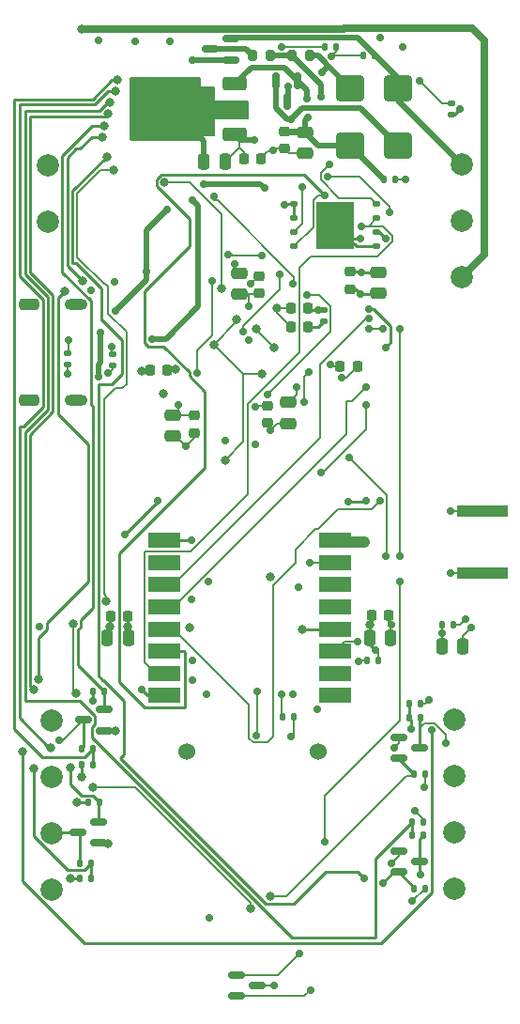
<source format=gbr>
%TF.GenerationSoftware,KiCad,Pcbnew,7.0.1*%
%TF.CreationDate,2024-01-06T20:51:44-05:00*%
%TF.ProjectId,Io-v2-Board,496f2d76-322d-4426-9f61-72642e6b6963,rev?*%
%TF.SameCoordinates,Original*%
%TF.FileFunction,Copper,L4,Bot*%
%TF.FilePolarity,Positive*%
%FSLAX46Y46*%
G04 Gerber Fmt 4.6, Leading zero omitted, Abs format (unit mm)*
G04 Created by KiCad (PCBNEW 7.0.1) date 2024-01-06 20:51:44*
%MOMM*%
%LPD*%
G01*
G04 APERTURE LIST*
G04 Aperture macros list*
%AMRoundRect*
0 Rectangle with rounded corners*
0 $1 Rounding radius*
0 $2 $3 $4 $5 $6 $7 $8 $9 X,Y pos of 4 corners*
0 Add a 4 corners polygon primitive as box body*
4,1,4,$2,$3,$4,$5,$6,$7,$8,$9,$2,$3,0*
0 Add four circle primitives for the rounded corners*
1,1,$1+$1,$2,$3*
1,1,$1+$1,$4,$5*
1,1,$1+$1,$6,$7*
1,1,$1+$1,$8,$9*
0 Add four rect primitives between the rounded corners*
20,1,$1+$1,$2,$3,$4,$5,0*
20,1,$1+$1,$4,$5,$6,$7,0*
20,1,$1+$1,$6,$7,$8,$9,0*
20,1,$1+$1,$8,$9,$2,$3,0*%
G04 Aperture macros list end*
%TA.AperFunction,SMDPad,CuDef*%
%ADD10RoundRect,0.250000X-0.475000X0.250000X-0.475000X-0.250000X0.475000X-0.250000X0.475000X0.250000X0*%
%TD*%
%TA.AperFunction,SMDPad,CuDef*%
%ADD11RoundRect,0.250000X0.850000X0.350000X-0.850000X0.350000X-0.850000X-0.350000X0.850000X-0.350000X0*%
%TD*%
%TA.AperFunction,SMDPad,CuDef*%
%ADD12RoundRect,0.250000X1.275000X1.125000X-1.275000X1.125000X-1.275000X-1.125000X1.275000X-1.125000X0*%
%TD*%
%TA.AperFunction,SMDPad,CuDef*%
%ADD13RoundRect,0.249997X2.950003X2.650003X-2.950003X2.650003X-2.950003X-2.650003X2.950003X-2.650003X0*%
%TD*%
%TA.AperFunction,SMDPad,CuDef*%
%ADD14RoundRect,0.135000X0.135000X0.185000X-0.135000X0.185000X-0.135000X-0.185000X0.135000X-0.185000X0*%
%TD*%
%TA.AperFunction,SMDPad,CuDef*%
%ADD15RoundRect,0.200000X-0.200000X-0.275000X0.200000X-0.275000X0.200000X0.275000X-0.200000X0.275000X0*%
%TD*%
%TA.AperFunction,SMDPad,CuDef*%
%ADD16RoundRect,0.250000X-1.000000X-0.900000X1.000000X-0.900000X1.000000X0.900000X-1.000000X0.900000X0*%
%TD*%
%TA.AperFunction,ComponentPad*%
%ADD17RoundRect,0.250000X-0.650000X0.250000X-0.650000X-0.250000X0.650000X-0.250000X0.650000X0.250000X0*%
%TD*%
%TA.AperFunction,ComponentPad*%
%ADD18O,2.100000X1.000000*%
%TD*%
%TA.AperFunction,ComponentPad*%
%ADD19C,2.000000*%
%TD*%
%TA.AperFunction,SMDPad,CuDef*%
%ADD20RoundRect,0.150000X-0.587500X-0.150000X0.587500X-0.150000X0.587500X0.150000X-0.587500X0.150000X0*%
%TD*%
%TA.AperFunction,SMDPad,CuDef*%
%ADD21RoundRect,0.225000X-0.250000X0.225000X-0.250000X-0.225000X0.250000X-0.225000X0.250000X0.225000X0*%
%TD*%
%TA.AperFunction,SMDPad,CuDef*%
%ADD22RoundRect,0.225000X-0.225000X-0.250000X0.225000X-0.250000X0.225000X0.250000X-0.225000X0.250000X0*%
%TD*%
%TA.AperFunction,SMDPad,CuDef*%
%ADD23RoundRect,0.225000X0.225000X0.250000X-0.225000X0.250000X-0.225000X-0.250000X0.225000X-0.250000X0*%
%TD*%
%TA.AperFunction,SMDPad,CuDef*%
%ADD24RoundRect,0.135000X-0.135000X-0.185000X0.135000X-0.185000X0.135000X0.185000X-0.135000X0.185000X0*%
%TD*%
%TA.AperFunction,SMDPad,CuDef*%
%ADD25RoundRect,0.135000X-0.185000X0.135000X-0.185000X-0.135000X0.185000X-0.135000X0.185000X0.135000X0*%
%TD*%
%TA.AperFunction,SMDPad,CuDef*%
%ADD26RoundRect,0.250000X0.250000X0.475000X-0.250000X0.475000X-0.250000X-0.475000X0.250000X-0.475000X0*%
%TD*%
%TA.AperFunction,SMDPad,CuDef*%
%ADD27RoundRect,0.150000X-0.150000X0.587500X-0.150000X-0.587500X0.150000X-0.587500X0.150000X0.587500X0*%
%TD*%
%TA.AperFunction,SMDPad,CuDef*%
%ADD28RoundRect,0.225000X0.250000X-0.225000X0.250000X0.225000X-0.250000X0.225000X-0.250000X-0.225000X0*%
%TD*%
%TA.AperFunction,SMDPad,CuDef*%
%ADD29R,3.400000X4.300000*%
%TD*%
%TA.AperFunction,SMDPad,CuDef*%
%ADD30RoundRect,0.125000X0.200000X0.125000X-0.200000X0.125000X-0.200000X-0.125000X0.200000X-0.125000X0*%
%TD*%
%TA.AperFunction,SMDPad,CuDef*%
%ADD31RoundRect,0.250000X0.475000X-0.250000X0.475000X0.250000X-0.475000X0.250000X-0.475000X-0.250000X0*%
%TD*%
%TA.AperFunction,SMDPad,CuDef*%
%ADD32RoundRect,0.200000X0.200000X0.275000X-0.200000X0.275000X-0.200000X-0.275000X0.200000X-0.275000X0*%
%TD*%
%TA.AperFunction,SMDPad,CuDef*%
%ADD33RoundRect,0.150000X0.587500X0.150000X-0.587500X0.150000X-0.587500X-0.150000X0.587500X-0.150000X0*%
%TD*%
%TA.AperFunction,ComponentPad*%
%ADD34C,1.524000*%
%TD*%
%TA.AperFunction,SMDPad,CuDef*%
%ADD35RoundRect,0.135000X0.185000X-0.135000X0.185000X0.135000X-0.185000X0.135000X-0.185000X-0.135000X0*%
%TD*%
%TA.AperFunction,SMDPad,CuDef*%
%ADD36R,4.560000X1.000000*%
%TD*%
%TA.AperFunction,SMDPad,CuDef*%
%ADD37RoundRect,0.250000X-0.250000X-0.475000X0.250000X-0.475000X0.250000X0.475000X-0.250000X0.475000X0*%
%TD*%
%TA.AperFunction,SMDPad,CuDef*%
%ADD38R,3.000000X1.400000*%
%TD*%
%TA.AperFunction,ViaPad*%
%ADD39C,0.700000*%
%TD*%
%TA.AperFunction,ViaPad*%
%ADD40C,0.800000*%
%TD*%
%TA.AperFunction,Conductor*%
%ADD41C,0.200000*%
%TD*%
%TA.AperFunction,Conductor*%
%ADD42C,0.250000*%
%TD*%
%TA.AperFunction,Conductor*%
%ADD43C,1.000000*%
%TD*%
%TA.AperFunction,Conductor*%
%ADD44C,0.500000*%
%TD*%
%TA.AperFunction,Conductor*%
%ADD45C,0.700000*%
%TD*%
G04 APERTURE END LIST*
D10*
%TO.P,C1,1*%
%TO.N,+3.3V*%
X128143000Y-58486000D03*
%TO.P,C1,2*%
%TO.N,GND*%
X128143000Y-60386000D03*
%TD*%
D11*
%TO.P,U3,1,VI*%
%TO.N,/VIN*%
X115198000Y-41535000D03*
%TO.P,U3,2,GND*%
%TO.N,GND*%
X115198000Y-43815000D03*
D12*
X110573000Y-45340000D03*
X110573000Y-42290000D03*
D13*
X108898000Y-43815000D03*
D12*
X107223000Y-45340000D03*
X107223000Y-42290000D03*
D11*
%TO.P,U3,3,VO*%
%TO.N,+3.3V*%
X115198000Y-46095000D03*
%TD*%
D14*
%TO.P,R25,2*%
%TO.N,GND*%
X123315000Y-38227000D03*
%TO.P,R25,1*%
%TO.N,/VSW_DET*%
X124335000Y-38227000D03*
%TD*%
%TO.P,R24,1*%
%TO.N,/VSW*%
X127764000Y-38989000D03*
%TO.P,R24,2*%
%TO.N,/VSW_DET*%
X126744000Y-38989000D03*
%TD*%
D15*
%TO.P,R21,1*%
%TO.N,Net-(Q7-D)*%
X116777000Y-38989000D03*
%TO.P,R21,2*%
%TO.N,/VPYRO*%
X118427000Y-38989000D03*
%TD*%
D16*
%TO.P,D1,1,K*%
%TO.N,/VIN*%
X125612000Y-47117000D03*
%TO.P,D1,2,A*%
%TO.N,/VBUS*%
X129912000Y-47117000D03*
%TD*%
D17*
%TO.P,J2,SH4,SHELL_GND__3*%
%TO.N,GND*%
X96647000Y-70075000D03*
%TO.P,J2,SH3,SHELL_GND__2*%
X96647000Y-61435000D03*
D18*
%TO.P,J2,SH2,SHELL_GND__1*%
X100827000Y-70075000D03*
%TO.P,J2,SH1,SHELL_GND*%
X100827000Y-61435000D03*
%TD*%
D19*
%TO.P,J1,1,Pin_1*%
%TO.N,/VBAT*%
X135636000Y-58955000D03*
%TO.P,J1,2,Pin_2*%
%TO.N,GND*%
X135636000Y-53875000D03*
%TO.P,J1,3,Pin_3*%
%TO.N,/VSW*%
X135636000Y-48795000D03*
%TD*%
%TO.P,J4,1,Pin_1*%
%TO.N,/PYRO1_SW*%
X98683000Y-98933000D03*
%TO.P,J4,2,Pin_2*%
%TO.N,/VPYRO*%
X98683000Y-104013000D03*
%TO.P,J4,3,Pin_3*%
%TO.N,/PYRO2_SW*%
X98683000Y-109093000D03*
%TO.P,J4,4,Pin_4*%
%TO.N,/VPYRO*%
X98683000Y-114173000D03*
%TD*%
%TO.P,J3,1,Pin_1*%
%TO.N,/VBAT*%
X98302000Y-48895000D03*
%TO.P,J3,2,Pin_2*%
%TO.N,GND*%
X98302000Y-53975000D03*
%TD*%
%TO.P,J5,1,Pin_1*%
%TO.N,/PYRO3_SW*%
X135001000Y-114073000D03*
%TO.P,J5,2,Pin_2*%
%TO.N,/VPYRO*%
X135001000Y-108993000D03*
%TO.P,J5,3,Pin_3*%
%TO.N,/PYRO4_SW*%
X135001000Y-103913000D03*
%TO.P,J5,4,Pin_4*%
%TO.N,/VPYRO*%
X135001000Y-98833000D03*
%TD*%
D16*
%TO.P,D4,1,K*%
%TO.N,/VSW_D*%
X125612000Y-41910000D03*
%TO.P,D4,2,A*%
%TO.N,/VSW*%
X129912000Y-41910000D03*
%TD*%
D20*
%TO.P,Q6,1,G*%
%TO.N,/BUZZ_OUT*%
X115346000Y-123759000D03*
%TO.P,Q6,2,S*%
%TO.N,Net-(Q6-S)*%
X115346000Y-121859000D03*
%TO.P,Q6,3,D*%
%TO.N,+3.3V*%
X117221000Y-122809000D03*
%TD*%
D14*
%TO.P,R13,1*%
%TO.N,/PYRO2_DET*%
X102237000Y-113157000D03*
%TO.P,R13,2*%
%TO.N,GND*%
X101217000Y-113157000D03*
%TD*%
D21*
%TO.P,C3,1*%
%TO.N,+3.3V*%
X111506000Y-71422000D03*
%TO.P,C3,2*%
%TO.N,GND*%
X111506000Y-72972000D03*
%TD*%
D22*
%TO.P,C11,1*%
%TO.N,+3.3V*%
X127495000Y-89408000D03*
%TO.P,C11,2*%
%TO.N,GND*%
X129045000Y-89408000D03*
%TD*%
D23*
%TO.P,C21,1*%
%TO.N,/MAG_C*%
X109106000Y-67371000D03*
%TO.P,C21,2*%
%TO.N,GND*%
X107556000Y-67371000D03*
%TD*%
D24*
%TO.P,R16,1*%
%TO.N,/PYRO4_DET*%
X130935000Y-97409000D03*
%TO.P,R16,2*%
%TO.N,GND*%
X131955000Y-97409000D03*
%TD*%
D21*
%TO.P,C7,1*%
%TO.N,/VIN*%
X119634001Y-45834001D03*
%TO.P,C7,2*%
%TO.N,GND*%
X119634001Y-47384001D03*
%TD*%
D14*
%TO.P,R1,1*%
%TO.N,/PYRO1*%
X103380000Y-96307000D03*
%TO.P,R1,2*%
%TO.N,GND*%
X102360000Y-96307000D03*
%TD*%
D24*
%TO.P,R9,1*%
%TO.N,/PYRO3*%
X131316000Y-114046000D03*
%TO.P,R9,2*%
%TO.N,GND*%
X132336000Y-114046000D03*
%TD*%
D14*
%TO.P,R8,1*%
%TO.N,/PYRO1_DET*%
X102364000Y-102870000D03*
%TO.P,R8,2*%
%TO.N,GND*%
X101344000Y-102870000D03*
%TD*%
D25*
%TO.P,R11,1*%
%TO.N,Net-(J2-CC1)*%
X100076000Y-65784000D03*
%TO.P,R11,2*%
%TO.N,GND*%
X100076000Y-66804000D03*
%TD*%
D26*
%TO.P,C10,1*%
%TO.N,+3.3V*%
X114300000Y-48513999D03*
%TO.P,C10,2*%
%TO.N,GND*%
X112400000Y-48513999D03*
%TD*%
D22*
%TO.P,C26,1*%
%TO.N,+3.3V*%
X124688000Y-66990000D03*
%TO.P,C26,2*%
%TO.N,GND*%
X126238000Y-66990000D03*
%TD*%
D24*
%TO.P,R23,1*%
%TO.N,/VIN*%
X128649000Y-50165000D03*
%TO.P,R23,2*%
%TO.N,GND*%
X129669000Y-50165000D03*
%TD*%
D27*
%TO.P,Q3,1,G*%
%TO.N,/VBUS*%
X118938000Y-41226500D03*
%TO.P,Q3,2,S*%
%TO.N,/VIN*%
X120838000Y-41226500D03*
%TO.P,Q3,3,D*%
%TO.N,/VSW_D*%
X119888000Y-43101500D03*
%TD*%
D28*
%TO.P,C22,1*%
%TO.N,+3.3V*%
X118110000Y-72083000D03*
%TO.P,C22,2*%
%TO.N,GND*%
X118110000Y-70533000D03*
%TD*%
D23*
%TO.P,C12,1*%
%TO.N,+3.3V*%
X105550000Y-89535000D03*
%TO.P,C12,2*%
%TO.N,GND*%
X104000000Y-89535000D03*
%TD*%
D29*
%TO.P,U10,9,EXP*%
%TO.N,GND*%
X124245000Y-54288000D03*
D30*
%TO.P,U10,8,VCC*%
%TO.N,+3.3V*%
X120495000Y-52383000D03*
%TO.P,U10,7,~{HOLD}/~{RESET}(IO3)*%
X120495000Y-53653000D03*
%TO.P,U10,6,CLK*%
%TO.N,/SPI3_SCL*%
X120495000Y-54923000D03*
%TO.P,U10,5,DI(IO0)*%
%TO.N,/SPI3_MOSI*%
X120495000Y-56193000D03*
%TO.P,U10,4,GND*%
%TO.N,GND*%
X127995000Y-56193000D03*
%TO.P,U10,3,~{WP}(IO2)*%
%TO.N,+3.3V*%
X127995000Y-54923000D03*
%TO.P,U10,2,DO(IO1)*%
%TO.N,/SPI3_MISO*%
X127995000Y-53653000D03*
%TO.P,U10,1,~{CS}*%
%TO.N,/FLASH_CS*%
X127995000Y-52383000D03*
%TD*%
D22*
%TO.P,C17,1*%
%TO.N,/GYRO_PLLFILT*%
X120256000Y-61783000D03*
%TO.P,C17,2*%
%TO.N,GND*%
X121806000Y-61783000D03*
%TD*%
D25*
%TO.P,R18,1*%
%TO.N,GND*%
X123190000Y-61908000D03*
%TO.P,R18,2*%
%TO.N,/GYRO_CR*%
X123190000Y-62928000D03*
%TD*%
D14*
%TO.P,R12,1*%
%TO.N,/PYRO3_SW*%
X132209000Y-109220000D03*
%TO.P,R12,2*%
%TO.N,/PYRO3_DET*%
X131189000Y-109220000D03*
%TD*%
D31*
%TO.P,C23,1*%
%TO.N,+3.3V*%
X115570000Y-60513000D03*
%TO.P,C23,2*%
%TO.N,GND*%
X115570000Y-58613000D03*
%TD*%
D22*
%TO.P,C18,1*%
%TO.N,/GYRO_PLLFILT*%
X120256000Y-63434000D03*
%TO.P,C18,2*%
%TO.N,/GYRO_CR*%
X121806000Y-63434000D03*
%TD*%
D24*
%TO.P,R7,1*%
%TO.N,/PYRO2_SW*%
X101217000Y-111760000D03*
%TO.P,R7,2*%
%TO.N,/PYRO2_DET*%
X102237000Y-111760000D03*
%TD*%
D14*
%TO.P,R10,1*%
%TO.N,+3.3V*%
X134876000Y-90297000D03*
%TO.P,R10,2*%
%TO.N,/RST*%
X133856000Y-90297000D03*
%TD*%
D32*
%TO.P,R17,1*%
%TO.N,/VSW_D*%
X121983000Y-38989000D03*
%TO.P,R17,2*%
%TO.N,/VPYRO*%
X120333000Y-38989000D03*
%TD*%
D14*
%TO.P,R6,1*%
%TO.N,/PYRO2*%
X102999000Y-106299000D03*
%TO.P,R6,2*%
%TO.N,GND*%
X101979000Y-106299000D03*
%TD*%
D10*
%TO.P,C5,1*%
%TO.N,/VIN*%
X121539000Y-45912999D03*
%TO.P,C5,2*%
%TO.N,GND*%
X121539000Y-47812999D03*
%TD*%
D33*
%TO.P,Q7,3,D*%
%TO.N,Net-(Q7-D)*%
X112933000Y-38415000D03*
%TO.P,Q7,2,S*%
%TO.N,GND*%
X114808000Y-39365000D03*
%TO.P,Q7,1,G*%
%TO.N,/VSW*%
X114808000Y-37465000D03*
%TD*%
D28*
%TO.P,C24,1*%
%TO.N,+3.3V*%
X117348000Y-60399000D03*
%TO.P,C24,2*%
%TO.N,GND*%
X117348000Y-58849000D03*
%TD*%
D34*
%TO.P,C2,1*%
%TO.N,/VPYRO*%
X110871000Y-101732000D03*
%TO.P,C2,2*%
%TO.N,GND*%
X122671000Y-101732000D03*
%TD*%
D14*
%TO.P,R15,1*%
%TO.N,/PYRO4_SW*%
X131955000Y-98679000D03*
%TO.P,R15,2*%
%TO.N,/PYRO4_DET*%
X130935000Y-98679000D03*
%TD*%
D26*
%TO.P,C16,1*%
%TO.N,+3.3V*%
X105585000Y-91439999D03*
%TO.P,C16,2*%
%TO.N,GND*%
X103685000Y-91439999D03*
%TD*%
D22*
%TO.P,C9,1*%
%TO.N,+3.3V*%
X116004000Y-48260000D03*
%TO.P,C9,2*%
%TO.N,GND*%
X117554000Y-48260000D03*
%TD*%
D35*
%TO.P,R4,1*%
%TO.N,Net-(J2-CC2)*%
X104140000Y-66931000D03*
%TO.P,R4,2*%
%TO.N,GND*%
X104140000Y-65911000D03*
%TD*%
D10*
%TO.P,C6,1*%
%TO.N,+3.3V*%
X109601001Y-71374000D03*
%TO.P,C6,2*%
%TO.N,GND*%
X109601001Y-73274000D03*
%TD*%
D36*
%TO.P,J7,SH4*%
%TO.N,GND*%
X137527500Y-80058000D03*
%TO.P,J7,SH3*%
X137527500Y-85598000D03*
%TD*%
D24*
%TO.P,R5,1*%
%TO.N,/PYRO1_SW*%
X101344000Y-101473000D03*
%TO.P,R5,2*%
%TO.N,/PYRO1_DET*%
X102364000Y-101473000D03*
%TD*%
D14*
%TO.P,R19,1*%
%TO.N,+3.3V*%
X120525000Y-98552000D03*
%TO.P,R19,2*%
%TO.N,/I2C_SDA*%
X119505000Y-98552000D03*
%TD*%
D37*
%TO.P,C8,1*%
%TO.N,/RST*%
X133845000Y-92202000D03*
%TO.P,C8,2*%
%TO.N,GND*%
X135745000Y-92202000D03*
%TD*%
D31*
%TO.P,C27,1*%
%TO.N,+3.3V*%
X120015000Y-72141049D03*
%TO.P,C27,2*%
%TO.N,GND*%
X120015000Y-70241049D03*
%TD*%
D25*
%TO.P,R3,1*%
%TO.N,/PLED_R*%
X134747000Y-43305000D03*
%TO.P,R3,2*%
%TO.N,GND*%
X134747000Y-44325000D03*
%TD*%
D14*
%TO.P,R20,1*%
%TO.N,+3.3V*%
X128145000Y-93472000D03*
%TO.P,R20,2*%
%TO.N,/I2C_SCL*%
X127125000Y-93472000D03*
%TD*%
D37*
%TO.P,C20,1*%
%TO.N,+3.3V*%
X127344000Y-91439999D03*
%TO.P,C20,2*%
%TO.N,GND*%
X129244000Y-91439999D03*
%TD*%
D33*
%TO.P,Q1,1,G*%
%TO.N,/PYRO1*%
X103378000Y-97917000D03*
%TO.P,Q1,2,S*%
%TO.N,GND*%
X103378000Y-99817000D03*
%TO.P,Q1,3,D*%
%TO.N,/PYRO1_SW*%
X101503000Y-98867000D03*
%TD*%
%TO.P,Q2,1,G*%
%TO.N,/PYRO2*%
X102918500Y-108016000D03*
%TO.P,Q2,2,S*%
%TO.N,GND*%
X102918500Y-109916000D03*
%TO.P,Q2,3,D*%
%TO.N,/PYRO2_SW*%
X101043500Y-108966000D03*
%TD*%
D24*
%TO.P,R14,1*%
%TO.N,/PYRO4*%
X131316000Y-103759000D03*
%TO.P,R14,2*%
%TO.N,GND*%
X132336000Y-103759000D03*
%TD*%
%TO.P,R2,1*%
%TO.N,/PYRO3_DET*%
X131189000Y-108077000D03*
%TO.P,R2,2*%
%TO.N,GND*%
X132209000Y-108077000D03*
%TD*%
D21*
%TO.P,C4,1*%
%TO.N,+3.3V*%
X125575000Y-58476548D03*
%TO.P,C4,2*%
%TO.N,GND*%
X125575000Y-60026548D03*
%TD*%
D20*
%TO.P,Q4,1,G*%
%TO.N,/PYRO3*%
X129951000Y-112583000D03*
%TO.P,Q4,2,S*%
%TO.N,GND*%
X129951000Y-110683000D03*
%TO.P,Q4,3,D*%
%TO.N,/PYRO3_SW*%
X131826000Y-111633000D03*
%TD*%
%TO.P,Q5,1,G*%
%TO.N,/PYRO4*%
X129951000Y-102296000D03*
%TO.P,Q5,2,S*%
%TO.N,GND*%
X129951000Y-100396000D03*
%TO.P,Q5,3,D*%
%TO.N,/PYRO4_SW*%
X131826000Y-101346000D03*
%TD*%
D38*
%TO.P,U11,1,GND*%
%TO.N,GND*%
X108839000Y-96662000D03*
%TO.P,U11,2,MISO*%
%TO.N,/SPI3_MISO*%
X108839000Y-94662000D03*
%TO.P,U11,3,MOSI*%
%TO.N,/SPI3_MOSI*%
X108839000Y-92662000D03*
%TO.P,U11,4,SCK*%
%TO.N,/SPI3_SCL*%
X108839000Y-90662000D03*
%TO.P,U11,5,NSS*%
%TO.N,/RF_CS*%
X108839000Y-88662000D03*
%TO.P,U11,6,RESET*%
%TO.N,/RF_RST*%
X108839000Y-86662000D03*
%TO.P,U11,7,DIO5*%
%TO.N,unconnected-(U11-DIO5-Pad7)*%
X108839000Y-84662000D03*
%TO.P,U11,8,GND*%
%TO.N,GND*%
X108839000Y-82662000D03*
%TO.P,U11,9,ANT*%
%TO.N,Net-(U11-ANT)*%
X124239000Y-82662000D03*
%TO.P,U11,10,GND*%
%TO.N,GND*%
X124239000Y-84662000D03*
%TO.P,U11,11,DIO3*%
%TO.N,unconnected-(U11-DIO3-Pad11)*%
X124239000Y-86662000D03*
%TO.P,U11,12,DIO4*%
%TO.N,unconnected-(U11-DIO4-Pad12)*%
X124239000Y-88662000D03*
%TO.P,U11,13,3.3V*%
%TO.N,+3.3V*%
X124239000Y-90662000D03*
%TO.P,U11,14,DIO0*%
%TO.N,/RF_DIO0*%
X124239000Y-92662000D03*
%TO.P,U11,15,DIO1*%
%TO.N,unconnected-(U11-DIO1-Pad15)*%
X124239000Y-94662000D03*
%TO.P,U11,16,DIO2*%
%TO.N,unconnected-(U11-DIO2-Pad16)*%
X124239000Y-96662000D03*
%TD*%
D39*
%TO.N,GND*%
X102870000Y-37592000D03*
%TO.N,/BOOT*%
X127000000Y-79121000D03*
X125423500Y-79219500D03*
%TO.N,Net-(U11-ANT)*%
X126873000Y-82828000D03*
%TO.N,GND*%
X112649000Y-45720000D03*
X112649000Y-42164000D03*
X119380000Y-38189500D03*
%TO.N,/VSW_DET*%
X123886832Y-39054168D03*
%TO.N,/VIN*%
X121696340Y-42888500D03*
X121793000Y-44577000D03*
%TO.N,GND*%
X111379000Y-39370000D03*
X116586000Y-59563000D03*
X131191000Y-115189000D03*
X112649000Y-43942000D03*
X109347000Y-37719000D03*
X129540000Y-101346000D03*
X104062500Y-65187881D03*
D40*
X100965000Y-106299000D03*
D39*
X136525000Y-90551000D03*
X110744000Y-74168000D03*
X120396000Y-96520000D03*
D40*
X103759000Y-109982000D03*
D39*
X112649000Y-96520000D03*
D40*
X106807000Y-67437000D03*
D39*
X114300000Y-73660000D03*
X129286000Y-90297000D03*
X104377988Y-59389820D03*
X124841000Y-68014500D03*
X112649000Y-44831000D03*
X128270000Y-37387000D03*
X126492000Y-55499000D03*
D40*
X100330000Y-113157000D03*
D39*
X120762500Y-68834000D03*
D40*
X101346000Y-104013000D03*
D39*
X131445000Y-107061000D03*
X134620000Y-80010000D03*
X111379000Y-95250000D03*
X111252000Y-82677000D03*
X112817766Y-86401766D03*
X117046692Y-74056862D03*
X120904000Y-86868000D03*
X117015647Y-70627147D03*
X129283477Y-111738092D03*
X97536000Y-90424000D03*
X122682000Y-61908000D03*
X122666459Y-97906693D03*
D40*
X104394000Y-99822000D03*
D39*
X106807000Y-96139000D03*
X112649000Y-43053000D03*
X132715000Y-97028000D03*
X130556000Y-50165000D03*
X132294500Y-104902000D03*
X115189000Y-57785000D03*
X111252000Y-88011000D03*
X118618000Y-47498000D03*
X116459000Y-64643000D03*
X135531489Y-43770385D03*
D40*
X103886000Y-90424000D03*
D39*
X112903000Y-116713000D03*
X121920000Y-84709000D03*
X100126500Y-67691000D03*
X102184307Y-60121693D03*
X111379000Y-93472000D03*
X134620000Y-85598000D03*
D40*
X108712000Y-69469000D03*
D39*
X126492000Y-60452000D03*
X102421516Y-97095484D03*
D40*
%TO.N,+3.3V*%
X127381000Y-90297000D03*
X105550000Y-90424000D03*
D39*
X136017000Y-89789000D03*
X123839767Y-66816767D03*
X116967000Y-46563002D03*
X106233000Y-37719000D03*
X110109000Y-70485000D03*
D40*
X121285000Y-90678000D03*
D39*
X120269000Y-100330000D03*
X118745000Y-122809000D03*
X128778000Y-55499000D03*
X119634000Y-52451000D03*
D40*
X118364000Y-85979000D03*
D39*
X126604500Y-58547000D03*
D40*
X111125000Y-90551000D03*
D39*
X118364000Y-72771000D03*
X116459000Y-61595000D03*
X127889000Y-92583000D03*
X130302000Y-38227000D03*
%TO.N,/VBUS*%
X103074500Y-63971119D03*
X104416017Y-61968483D03*
X102876500Y-67905500D03*
X120269000Y-44704000D03*
X109093000Y-52832000D03*
X107188000Y-58420000D03*
%TO.N,/VSW_D*%
X119988500Y-41719500D03*
X123063000Y-40513000D03*
D40*
%TO.N,/PYRO1*%
X103378000Y-45339000D03*
D39*
%TO.N,/PYRO1_SW*%
X99333500Y-100711000D03*
D40*
%TO.N,/PYRO2*%
X101457662Y-59324338D03*
X99822000Y-60198000D03*
X103213683Y-46324904D03*
X97440500Y-95153096D03*
X100330000Y-103124000D03*
D39*
%TO.N,/PYRO3*%
X126873000Y-113157000D03*
X128563500Y-113538000D03*
D40*
X103632000Y-48095500D03*
D39*
%TO.N,/PYRO3_SW*%
X131953000Y-112776000D03*
D40*
%TO.N,/PYRO4*%
X100838000Y-96430500D03*
X100584000Y-90170000D03*
X118410766Y-114718500D03*
X116586000Y-115824000D03*
X102363273Y-104929559D03*
X104267000Y-49276000D03*
X103584500Y-88138000D03*
D39*
%TO.N,/PYRO4_SW*%
X134239000Y-100965000D03*
%TO.N,/BOOT*%
X105283000Y-82169000D03*
X108261500Y-79121000D03*
X128778000Y-65278000D03*
X127253977Y-61809466D03*
%TO.N,/BUZZ_OUT*%
X130048000Y-86360000D03*
X123317000Y-109855000D03*
X130048000Y-63627000D03*
X122047000Y-123190000D03*
X128553500Y-63627000D03*
X127254000Y-63627000D03*
X130048000Y-84074000D03*
%TO.N,Net-(Q6-S)*%
X121031000Y-119888000D03*
%TO.N,/RST*%
X121680500Y-60579000D03*
X120381500Y-59563000D03*
X128778000Y-84074000D03*
X125476000Y-75184000D03*
X113298767Y-51674233D03*
X133858000Y-91059000D03*
X118110000Y-69533500D03*
%TO.N,/RF_DIO0*%
X126294500Y-91821000D03*
D40*
%TO.N,/SPI2_SCL*%
X113947500Y-59944000D03*
X108839000Y-50419000D03*
X118745000Y-65278000D03*
X117150765Y-63633029D03*
%TO.N,/SPI2_MOSI*%
X113284000Y-65024000D03*
X115357067Y-62741702D03*
X114300000Y-75438000D03*
X117602000Y-67691000D03*
D39*
%TO.N,/SPI2_MISO*%
X121871266Y-67485734D03*
X121412000Y-70206684D03*
%TO.N,/ACC_CS*%
X127000000Y-70485000D03*
X122936000Y-76581000D03*
%TO.N,/GYRO_CS*%
X119267767Y-58659233D03*
X115951000Y-63881000D03*
D40*
%TO.N,/GYRO_PLLFILT*%
X118999000Y-61722000D03*
D39*
%TO.N,/MAG_CS*%
X117616766Y-57008234D03*
X113157000Y-59309000D03*
X114597000Y-56896000D03*
X111760000Y-67564000D03*
D40*
%TO.N,/MAG_C*%
X109822971Y-67277971D03*
D39*
%TO.N,/RF_RST*%
X127254500Y-62708968D03*
%TO.N,/SPI3_MISO*%
X126604500Y-54356000D03*
%TO.N,/SPI3_MOSI*%
X123317000Y-51562000D03*
%TO.N,/SPI3_SCL*%
X121285000Y-50800000D03*
X129159000Y-53086000D03*
X128270000Y-79121000D03*
X123571000Y-49911000D03*
%TO.N,/I2C_SDA*%
X117221000Y-96266000D03*
X117095736Y-100223877D03*
X119380000Y-96520000D03*
%TO.N,/I2C_SCL*%
X126365000Y-93599000D03*
%TO.N,/FLASH_CS*%
X123698000Y-48768000D03*
D40*
%TO.N,/PYRO1_DET*%
X104627415Y-41202954D03*
%TO.N,/PYRO2_DET*%
X98552000Y-101346000D03*
X104391518Y-42174220D03*
X97028000Y-103251000D03*
%TO.N,/PYRO3_DET*%
X103886000Y-43180000D03*
%TO.N,/PYRO4_DET*%
X103759000Y-44196000D03*
X96012000Y-101727000D03*
D39*
X132925168Y-99778168D03*
D40*
X97028000Y-96139000D03*
D39*
X131064000Y-99695000D03*
%TO.N,/RF_CS*%
X127000000Y-68834000D03*
D40*
%TO.N,/VBAT*%
X101346000Y-36576000D03*
D39*
%TO.N,/VPYRO*%
X107696000Y-64516000D03*
X112379000Y-50546000D03*
X111379000Y-52032500D03*
X122936000Y-42672000D03*
X117856000Y-50927000D03*
%TO.N,/PLED_R*%
X131826000Y-41275000D03*
%TO.N,Net-(J2-CC1)*%
X100195054Y-64633769D03*
%TO.N,Net-(J2-CC2)*%
X103770284Y-67575284D03*
%TD*%
D41*
%TO.N,/PYRO4*%
X103584500Y-87709500D02*
X103584500Y-88138000D01*
X103378000Y-87503000D02*
X103584500Y-87709500D01*
X103378000Y-69977000D02*
X103378000Y-87503000D01*
X104394000Y-68961000D02*
X103378000Y-69977000D01*
X105029000Y-68961000D02*
X104394000Y-68961000D01*
X105410000Y-68580000D02*
X105029000Y-68961000D01*
X105410000Y-63881000D02*
X105410000Y-68580000D01*
X103759000Y-62230000D02*
X105410000Y-63881000D01*
X103759000Y-59817000D02*
X103759000Y-62230000D01*
X100952000Y-51376540D02*
X100952000Y-57137000D01*
X103378000Y-59563000D02*
X103505000Y-59563000D01*
X103052540Y-49276000D02*
X100952000Y-51376540D01*
X100952000Y-57137000D02*
X103378000Y-59563000D01*
X104267000Y-49276000D02*
X103052540Y-49276000D01*
X103505000Y-59563000D02*
X103759000Y-59817000D01*
D42*
%TO.N,/PYRO3*%
X126299000Y-112583000D02*
X126873000Y-113157000D01*
X123383000Y-112583000D02*
X126299000Y-112583000D01*
X120523000Y-115443000D02*
X123383000Y-112583000D01*
X117940934Y-115443000D02*
X120523000Y-115443000D01*
X105156000Y-101981000D02*
X104817467Y-102319533D01*
X105156000Y-97112462D02*
X105156000Y-101981000D01*
X103293538Y-95250000D02*
X105156000Y-97112462D01*
X103251000Y-95250000D02*
X103293538Y-95250000D01*
X102860000Y-94859000D02*
X103251000Y-95250000D01*
X102860000Y-68590000D02*
X102860000Y-94859000D01*
X102870000Y-68580000D02*
X102860000Y-68590000D01*
X104985000Y-67691538D02*
X104096538Y-68580000D01*
X104096538Y-68580000D02*
X102870000Y-68580000D01*
X104985000Y-64648350D02*
X104985000Y-67691538D01*
X104817467Y-102319533D02*
X117940934Y-115443000D01*
X103124500Y-62865000D02*
X103201650Y-62865000D01*
X103124500Y-59965871D02*
X103124500Y-62865000D01*
X100873629Y-57715000D02*
X103124500Y-59965871D01*
X100527000Y-51200500D02*
X100527000Y-57715000D01*
X103632000Y-48095500D02*
X100527000Y-51200500D01*
X100527000Y-57715000D02*
X100873629Y-57715000D01*
X103201650Y-62865000D02*
X104985000Y-64648350D01*
D41*
%TO.N,/SPI3_SCL*%
X127522000Y-79869000D02*
X128270000Y-79121000D01*
X124474000Y-79869000D02*
X127522000Y-79869000D01*
X122681000Y-81662000D02*
X124474000Y-79869000D01*
X122439000Y-81662000D02*
X122681000Y-81662000D01*
X120636239Y-83464761D02*
X122439000Y-81662000D01*
X118104362Y-100873877D02*
X118633000Y-100345239D01*
X118633000Y-86699950D02*
X120636239Y-84696711D01*
X116826497Y-100873877D02*
X118104362Y-100873877D01*
X116445736Y-100493116D02*
X116826497Y-100873877D01*
X116445736Y-97468736D02*
X116445736Y-100493116D01*
X109639000Y-90662000D02*
X116445736Y-97468736D01*
X120636239Y-84696711D02*
X120636239Y-83464761D01*
X108839000Y-90662000D02*
X109639000Y-90662000D01*
X118633000Y-100345239D02*
X118633000Y-86699950D01*
D42*
%TO.N,/BOOT*%
X125423500Y-79219500D02*
X126901500Y-79219500D01*
X126901500Y-79219500D02*
X127000000Y-79121000D01*
D43*
%TO.N,Net-(U11-ANT)*%
X124405000Y-82828000D02*
X124239000Y-82662000D01*
X126873000Y-82828000D02*
X124405000Y-82828000D01*
D41*
%TO.N,/RST*%
X128920000Y-78628000D02*
X125476000Y-75184000D01*
X128920000Y-83932000D02*
X128920000Y-78628000D01*
X128778000Y-84074000D02*
X128920000Y-83932000D01*
%TO.N,/BUZZ_OUT*%
X130048000Y-73025000D02*
X130048000Y-63627000D01*
X130044000Y-84070000D02*
X130044000Y-73029000D01*
X130044000Y-73029000D02*
X130048000Y-73025000D01*
X130048000Y-84074000D02*
X130044000Y-84070000D01*
D44*
%TO.N,/VSW_D*%
X122691000Y-38989000D02*
X125612000Y-41910000D01*
X121983000Y-38989000D02*
X122691000Y-38989000D01*
D41*
%TO.N,GND*%
X119404500Y-38214000D02*
X119380000Y-38189500D01*
X123302000Y-38214000D02*
X119404500Y-38214000D01*
X123315000Y-38227000D02*
X123302000Y-38214000D01*
D44*
%TO.N,/VSW*%
X129912000Y-41009685D02*
X129912000Y-41910000D01*
X114897000Y-37376000D02*
X126278315Y-37376000D01*
X114808000Y-37465000D02*
X114897000Y-37376000D01*
X126278315Y-37376000D02*
X129912000Y-41009685D01*
D41*
%TO.N,/VSW_DET*%
X126744000Y-38989000D02*
X123952000Y-38989000D01*
X123952000Y-38989000D02*
X123886832Y-39054168D01*
X124335000Y-38606000D02*
X123886832Y-39054168D01*
X124335000Y-38227000D02*
X124335000Y-38606000D01*
D44*
%TO.N,/VIN*%
X121696340Y-42888500D02*
X121696340Y-42084840D01*
X121539000Y-44831000D02*
X121793000Y-44577000D01*
X121696340Y-42084840D02*
X120838000Y-41226500D01*
X121539000Y-45912999D02*
X121539000Y-44831000D01*
%TO.N,/VBUS*%
X126483000Y-43688000D02*
X129912000Y-47117000D01*
X120269000Y-44704000D02*
X121285000Y-43688000D01*
X121285000Y-43688000D02*
X126483000Y-43688000D01*
X118938000Y-43737528D02*
X118938000Y-41226500D01*
X120269000Y-44704000D02*
X119904472Y-44704000D01*
X119904472Y-44704000D02*
X118938000Y-43737528D01*
%TO.N,/VSW_D*%
X119988500Y-43001000D02*
X119888000Y-43101500D01*
X119988500Y-41719500D02*
X119988500Y-43001000D01*
%TO.N,/VIN*%
X119650500Y-40039000D02*
X116694000Y-40039000D01*
X116694000Y-40039000D02*
X115198000Y-41535000D01*
X120838000Y-41226500D02*
X119650500Y-40039000D01*
%TO.N,/VPYRO*%
X118427000Y-38989000D02*
X120333000Y-38989000D01*
%TO.N,GND*%
X111384000Y-39365000D02*
X111379000Y-39370000D01*
X114808000Y-39365000D02*
X111384000Y-39365000D01*
D45*
%TO.N,/VBAT*%
X137668000Y-37592000D02*
X137668000Y-56923000D01*
X136563500Y-36487500D02*
X137668000Y-37592000D01*
X137668000Y-56923000D02*
X135636000Y-58955000D01*
X125059130Y-36487500D02*
X136563500Y-36487500D01*
X124970630Y-36576000D02*
X125059130Y-36487500D01*
X101346000Y-36576000D02*
X124970630Y-36576000D01*
D44*
%TO.N,Net-(Q7-D)*%
X116203000Y-38415000D02*
X116777000Y-38989000D01*
X112933000Y-38415000D02*
X116203000Y-38415000D01*
D42*
%TO.N,/BOOT*%
X129228500Y-63347405D02*
X129228500Y-64827500D01*
X127253977Y-61809466D02*
X127690561Y-61809466D01*
X127690561Y-61809466D02*
X129228500Y-63347405D01*
X129228500Y-64827500D02*
X128778000Y-65278000D01*
%TO.N,/GYRO_CR*%
X122684000Y-63434000D02*
X123190000Y-62928000D01*
X121806000Y-63434000D02*
X122684000Y-63434000D01*
D41*
%TO.N,GND*%
X117109794Y-70533000D02*
X117015647Y-70627147D01*
D42*
X126066548Y-60026548D02*
X126492000Y-60452000D01*
X103685000Y-90625000D02*
X103886000Y-90424000D01*
X126499000Y-60445000D02*
X126492000Y-60452000D01*
D41*
X100076000Y-67640500D02*
X100126500Y-67691000D01*
X118110000Y-47625000D02*
X117554000Y-48181000D01*
X120762500Y-68834000D02*
X120762500Y-69493549D01*
X129951000Y-110683000D02*
X129951000Y-111070569D01*
X132336000Y-103759000D02*
X132336000Y-104860500D01*
X135745000Y-92202000D02*
X135745000Y-91331000D01*
X120762500Y-69493549D02*
X120015000Y-70241049D01*
D42*
X111237000Y-82662000D02*
X111252000Y-82677000D01*
D41*
X118110000Y-47625000D02*
X118491000Y-47625000D01*
X129244000Y-90339000D02*
X129286000Y-90297000D01*
X116586000Y-59563000D02*
X116634000Y-59563000D01*
X132336000Y-104860500D02*
X132294500Y-104902000D01*
X116634000Y-59563000D02*
X117348000Y-58849000D01*
X118110000Y-70533000D02*
X117109794Y-70533000D01*
X129951000Y-100396000D02*
X129951000Y-100935000D01*
X132334000Y-97409000D02*
X132715000Y-97028000D01*
X118491000Y-47625000D02*
X118618000Y-47498000D01*
D42*
X134747000Y-44325000D02*
X134976874Y-44325000D01*
X101217000Y-113157000D02*
X100330000Y-113157000D01*
D41*
X132336000Y-114046000D02*
X132334000Y-114046000D01*
D42*
X103685000Y-91439999D02*
X103685000Y-90625000D01*
D44*
X112400000Y-46668001D02*
X112400000Y-48513999D01*
D42*
X123190000Y-61908000D02*
X122682000Y-61908000D01*
D41*
X111506000Y-72972000D02*
X111506000Y-73406000D01*
X117554000Y-48181000D02*
X117554000Y-48260000D01*
X131955000Y-97409000D02*
X132334000Y-97409000D01*
X120062999Y-47812999D02*
X119634001Y-47384001D01*
X132334000Y-114046000D02*
X131191000Y-115189000D01*
D42*
X125456000Y-55499000D02*
X126492000Y-55499000D01*
D41*
X109850000Y-73274000D02*
X110744000Y-74168000D01*
X129951000Y-100935000D02*
X129540000Y-101346000D01*
X129045000Y-89408000D02*
X129045000Y-90056000D01*
D42*
X127734000Y-60445000D02*
X126499000Y-60445000D01*
D41*
X121967000Y-84662000D02*
X121920000Y-84709000D01*
D42*
X121806000Y-61783000D02*
X121931000Y-61908000D01*
D41*
X111506000Y-73406000D02*
X110744000Y-74168000D01*
X118731999Y-47384001D02*
X118618000Y-47498000D01*
D42*
X103886000Y-90424000D02*
X103886000Y-89649000D01*
D41*
X134668000Y-80058000D02*
X134620000Y-80010000D01*
D42*
X124245000Y-54288000D02*
X125456000Y-55499000D01*
X121931000Y-61908000D02*
X122682000Y-61908000D01*
X108839000Y-96662000D02*
X107330000Y-96662000D01*
X102360000Y-96307000D02*
X102360000Y-97033968D01*
D41*
X124239000Y-84662000D02*
X121967000Y-84662000D01*
D42*
X102918500Y-109916000D02*
X103693000Y-109916000D01*
X134976874Y-44325000D02*
X135531489Y-43770385D01*
D41*
X125213500Y-68014500D02*
X124841000Y-68014500D01*
X137527500Y-80058000D02*
X134668000Y-80058000D01*
X119634001Y-47384001D02*
X118731999Y-47384001D01*
X126238000Y-66990000D02*
X125213500Y-68014500D01*
X107556000Y-67371000D02*
X106873000Y-67371000D01*
X129669000Y-50165000D02*
X130556000Y-50165000D01*
X121539000Y-47812999D02*
X120062999Y-47812999D01*
X115189000Y-57785000D02*
X115189000Y-58232000D01*
D42*
X104389000Y-99817000D02*
X104394000Y-99822000D01*
D41*
X129244000Y-91439999D02*
X129244000Y-90339000D01*
X104062500Y-65187881D02*
X104062500Y-65833500D01*
D42*
X125575000Y-60026548D02*
X126066548Y-60026548D01*
X102360000Y-97033968D02*
X102421516Y-97095484D01*
D41*
X100076000Y-66804000D02*
X100076000Y-67640500D01*
X129951000Y-111070569D02*
X129283477Y-111738092D01*
X115189000Y-58232000D02*
X115570000Y-58613000D01*
D42*
X101344000Y-104011000D02*
X101346000Y-104013000D01*
D41*
X104062500Y-65833500D02*
X104140000Y-65911000D01*
D42*
X107330000Y-96662000D02*
X106807000Y-96139000D01*
X101344000Y-102870000D02*
X101344000Y-104011000D01*
D41*
X135745000Y-91331000D02*
X136525000Y-90551000D01*
X132209000Y-107825000D02*
X131445000Y-107061000D01*
X137527500Y-85598000D02*
X134620000Y-85598000D01*
X132209000Y-108077000D02*
X132209000Y-107825000D01*
D44*
X112400000Y-46668001D02*
X110437000Y-44705001D01*
D41*
X106873000Y-67371000D02*
X106807000Y-67437000D01*
X109601001Y-73274000D02*
X109850000Y-73274000D01*
D42*
X127995000Y-56193000D02*
X126150000Y-56193000D01*
X103693000Y-109916000D02*
X103759000Y-109982000D01*
X126150000Y-56193000D02*
X124245000Y-54288000D01*
X103378000Y-99817000D02*
X104389000Y-99817000D01*
X108839000Y-82662000D02*
X111237000Y-82662000D01*
X103886000Y-89649000D02*
X104000000Y-89535000D01*
D41*
X134618000Y-44196000D02*
X134747000Y-44325000D01*
X129045000Y-90056000D02*
X129286000Y-90297000D01*
D42*
X101979000Y-106299000D02*
X100965000Y-106299000D01*
D41*
%TO.N,+3.3V*%
X124013000Y-66990000D02*
X124688000Y-66990000D01*
D42*
X105550000Y-91404999D02*
X105550000Y-90424000D01*
X105550000Y-89535000D02*
X105550000Y-90424000D01*
D41*
X120525000Y-98552000D02*
X120525000Y-100074000D01*
X114300000Y-48513999D02*
X115569999Y-47244000D01*
X135509000Y-90297000D02*
X136017000Y-89789000D01*
X120525000Y-100074000D02*
X120269000Y-100330000D01*
X110109000Y-70485000D02*
X110109000Y-70866001D01*
D42*
X126534048Y-58476548D02*
X126604500Y-58547000D01*
X127344000Y-91439999D02*
X127344000Y-90334000D01*
X121301000Y-90662000D02*
X121285000Y-90678000D01*
D41*
X115569999Y-46466999D02*
X115198000Y-46095000D01*
D42*
X120495000Y-53653000D02*
X120495000Y-52383000D01*
X127344000Y-91439999D02*
X127344000Y-92038000D01*
D44*
X116967000Y-46563002D02*
X115666002Y-46563002D01*
D42*
X119702000Y-52383000D02*
X119634000Y-52451000D01*
D41*
X115569999Y-47244000D02*
X116004000Y-47678001D01*
D42*
X128202000Y-54923000D02*
X128778000Y-55499000D01*
D41*
X134876000Y-90297000D02*
X135509000Y-90297000D01*
D42*
X125575000Y-58476548D02*
X126534048Y-58476548D01*
X120495000Y-52383000D02*
X119702000Y-52383000D01*
D44*
X115666002Y-46563002D02*
X115198000Y-46095000D01*
D42*
X127344000Y-90334000D02*
X127381000Y-90297000D01*
X105585000Y-91439999D02*
X105550000Y-91404999D01*
D41*
X115570000Y-60513000D02*
X116459000Y-60513000D01*
D42*
X127734000Y-58545000D02*
X126606500Y-58545000D01*
D41*
X128145000Y-92839000D02*
X127889000Y-92583000D01*
X110109000Y-70866001D02*
X109601001Y-71374000D01*
X120015000Y-72141049D02*
X118993951Y-72141049D01*
X118364000Y-72337000D02*
X118110000Y-72083000D01*
D42*
X127495000Y-90183000D02*
X127381000Y-90297000D01*
D41*
X114300000Y-47878999D02*
X114607001Y-47878999D01*
X116459000Y-60513000D02*
X117234000Y-60513000D01*
D42*
X127495000Y-89408000D02*
X127495000Y-90183000D01*
D41*
X109601001Y-71374000D02*
X111458000Y-71374000D01*
D42*
X127995000Y-54923000D02*
X128202000Y-54923000D01*
D41*
X117234000Y-60513000D02*
X117348000Y-60399000D01*
D42*
X124239000Y-90662000D02*
X121301000Y-90662000D01*
D41*
X117221000Y-122809000D02*
X118745000Y-122809000D01*
X111458000Y-71374000D02*
X111506000Y-71422000D01*
X115569999Y-47244000D02*
X115569999Y-46466999D01*
X116459000Y-61595000D02*
X116459000Y-60513000D01*
D42*
X126606500Y-58545000D02*
X126604500Y-58547000D01*
D41*
X116004000Y-47678001D02*
X116004000Y-48260000D01*
X128145000Y-93472000D02*
X128145000Y-92839000D01*
D42*
X127344000Y-92038000D02*
X127889000Y-92583000D01*
D41*
X123839767Y-66816767D02*
X124013000Y-66990000D01*
X118993951Y-72141049D02*
X118364000Y-72771000D01*
X118364000Y-72771000D02*
X118364000Y-72337000D01*
D44*
%TO.N,/VBUS*%
X107188000Y-54737000D02*
X107188000Y-58420000D01*
X102876500Y-66830500D02*
X102876500Y-67905500D01*
X109093000Y-52832000D02*
X107188000Y-54737000D01*
X103074500Y-66632500D02*
X103074500Y-63971119D01*
X107188000Y-58420000D02*
X107188000Y-59196500D01*
X107188000Y-59196500D02*
X104416017Y-61968483D01*
X102876500Y-66830500D02*
X103074500Y-66632500D01*
%TO.N,/VSW_D*%
X123063000Y-40513000D02*
X123575500Y-40000500D01*
%TO.N,/VSW*%
X129912000Y-41910000D02*
X129912000Y-43071000D01*
X129912000Y-43071000D02*
X135636000Y-48795000D01*
X129912000Y-41910000D02*
X130171001Y-41910000D01*
D42*
%TO.N,/PYRO1*%
X102202000Y-70416726D02*
X102410000Y-70624726D01*
X99627000Y-47987067D02*
X99627000Y-58518274D01*
X101009000Y-90770305D02*
X101009000Y-93936000D01*
X101309000Y-90470305D02*
X101009000Y-90770305D01*
X101009000Y-93936000D02*
X103380000Y-96307000D01*
X103380000Y-96307000D02*
X103380000Y-97915000D01*
X103380000Y-97915000D02*
X103378000Y-97917000D01*
X102202000Y-61093274D02*
X102202000Y-70416726D01*
X103378000Y-45339000D02*
X102275067Y-45339000D01*
X101309000Y-89869695D02*
X101309000Y-90470305D01*
X102410000Y-88768695D02*
X101309000Y-89869695D01*
X99627000Y-58518274D02*
X102202000Y-61093274D01*
X102410000Y-70624726D02*
X102410000Y-88768695D01*
X102275067Y-45339000D02*
X99627000Y-47987067D01*
%TO.N,/PYRO1_SW*%
X101503000Y-101314000D02*
X101344000Y-101473000D01*
X101503000Y-98867000D02*
X101503000Y-101314000D01*
D41*
X99333500Y-100711000D02*
X99659000Y-100711000D01*
X99659000Y-100711000D02*
X101503000Y-98867000D01*
D42*
%TO.N,/PYRO2*%
X99222000Y-60798000D02*
X99222000Y-71282396D01*
X101960000Y-86395405D02*
X98211000Y-90144405D01*
X100330000Y-104638695D02*
X101345305Y-105654000D01*
X102918500Y-108016000D02*
X102918500Y-106379500D01*
X101219000Y-47371000D02*
X100879463Y-47371000D01*
X97440500Y-91474095D02*
X97440500Y-95153096D01*
X101219000Y-47371000D02*
X101092000Y-47371000D01*
X100879463Y-47371000D02*
X100077000Y-48173463D01*
X100077000Y-50292000D02*
X100077000Y-57943676D01*
X98211000Y-90703595D02*
X97440500Y-91474095D01*
X99822000Y-60198000D02*
X99222000Y-60798000D01*
X102918500Y-106379500D02*
X102999000Y-106299000D01*
X102354000Y-105654000D02*
X102999000Y-106299000D01*
X99222000Y-71282396D02*
X101960000Y-74020396D01*
X101960000Y-74020396D02*
X101960000Y-86395405D01*
X100330000Y-103124000D02*
X100330000Y-104638695D01*
X100077000Y-57943676D02*
X101457662Y-59324338D01*
X102265096Y-46324904D02*
X101219000Y-47371000D01*
X98211000Y-90144405D02*
X98211000Y-90703595D01*
X103213683Y-46324904D02*
X102265096Y-46324904D01*
X101345305Y-105654000D02*
X102354000Y-105654000D01*
X100077000Y-48173463D02*
X100077000Y-50292000D01*
%TO.N,/PYRO2_SW*%
X98810000Y-108966000D02*
X98683000Y-109093000D01*
X101217000Y-109139500D02*
X101043500Y-108966000D01*
X101217000Y-111760000D02*
X101217000Y-109139500D01*
X101043500Y-108966000D02*
X98810000Y-108966000D01*
%TO.N,/PYRO3*%
X131316000Y-113948000D02*
X129951000Y-112583000D01*
X129951000Y-112583000D02*
X129518500Y-112583000D01*
X129518500Y-112583000D02*
X128563500Y-113538000D01*
X131316000Y-114046000D02*
X131316000Y-113948000D01*
%TO.N,/PYRO3_SW*%
X131826000Y-111633000D02*
X131826000Y-109603000D01*
X131826000Y-112649000D02*
X131953000Y-112776000D01*
X131826000Y-109603000D02*
X132209000Y-109220000D01*
X131826000Y-111633000D02*
X131826000Y-112649000D01*
D41*
%TO.N,/PYRO4*%
X116586000Y-115824000D02*
X116586000Y-115325502D01*
X131189000Y-103886000D02*
X131316000Y-103759000D01*
X116586000Y-115325502D02*
X106190057Y-104929559D01*
X118410766Y-114718500D02*
X119850500Y-114718500D01*
X106190057Y-104929559D02*
X102363273Y-104929559D01*
X119850500Y-114718500D02*
X130683000Y-103886000D01*
D42*
X129951000Y-102394000D02*
X131316000Y-103759000D01*
X129951000Y-102296000D02*
X129951000Y-102394000D01*
D41*
X100584000Y-90170000D02*
X100584000Y-96176500D01*
X130683000Y-103886000D02*
X131189000Y-103886000D01*
X100584000Y-96176500D02*
X100838000Y-96430500D01*
%TO.N,/PYRO4_SW*%
X132265832Y-99128168D02*
X131826000Y-99568000D01*
X134239000Y-100965000D02*
X134239000Y-100172761D01*
D42*
X131826000Y-98808000D02*
X131955000Y-98679000D01*
D41*
X134239000Y-100172761D02*
X133194407Y-99128168D01*
X133194407Y-99128168D02*
X132265832Y-99128168D01*
D42*
X131826000Y-99568000D02*
X131826000Y-98808000D01*
X131826000Y-101346000D02*
X131826000Y-99568000D01*
%TO.N,/BOOT*%
X108261500Y-79121000D02*
X108261500Y-79190500D01*
X108261500Y-79190500D02*
X105283000Y-82169000D01*
D41*
%TO.N,/BUZZ_OUT*%
X130048000Y-98925104D02*
X123317000Y-105656104D01*
X121478000Y-123759000D02*
X115346000Y-123759000D01*
X122047000Y-123190000D02*
X121478000Y-123759000D01*
X127254000Y-63627000D02*
X128553500Y-63627000D01*
X130048000Y-86360000D02*
X130048000Y-98925104D01*
X123317000Y-105656104D02*
X123317000Y-109855000D01*
%TO.N,Net-(Q6-S)*%
X121031000Y-119888000D02*
X119060000Y-121859000D01*
X119060000Y-121859000D02*
X115346000Y-121859000D01*
%TO.N,/RST*%
X113298767Y-51674233D02*
X113298767Y-52027081D01*
X133858000Y-91059000D02*
X133858000Y-90299000D01*
X122796183Y-60579000D02*
X123810000Y-61592817D01*
X123810000Y-61592817D02*
X123810000Y-63833500D01*
X133858000Y-90299000D02*
X133856000Y-90297000D01*
X120538000Y-58912761D02*
X120538000Y-59406500D01*
X113652320Y-52027081D02*
X120538000Y-58912761D01*
X133845000Y-91072000D02*
X133858000Y-91059000D01*
X120538000Y-59406500D02*
X120381500Y-59563000D01*
X121680500Y-60579000D02*
X122796183Y-60579000D01*
X133845000Y-92202000D02*
X133845000Y-91072000D01*
X113298767Y-52027081D02*
X113652320Y-52027081D01*
X123810000Y-63833500D02*
X118110000Y-69533500D01*
%TO.N,/RF_DIO0*%
X125080000Y-91821000D02*
X124239000Y-92662000D01*
X126294500Y-91821000D02*
X125080000Y-91821000D01*
%TO.N,/SPI2_SCL*%
X111125000Y-50419000D02*
X113947500Y-53241500D01*
X108839000Y-50419000D02*
X111125000Y-50419000D01*
X118745000Y-65278000D02*
X117150765Y-63683765D01*
X113947500Y-53241500D02*
X113947500Y-59944000D01*
X117150765Y-63683765D02*
X117150765Y-63633029D01*
%TO.N,/SPI2_MOSI*%
X115951000Y-67691000D02*
X113284000Y-65024000D01*
X117602000Y-67691000D02*
X115951000Y-67691000D01*
X115951000Y-73787000D02*
X115951000Y-67691000D01*
X115357067Y-62741702D02*
X115357067Y-62950933D01*
X115357067Y-62950933D02*
X113284000Y-65024000D01*
X114300000Y-75438000D02*
X115951000Y-73787000D01*
%TO.N,/SPI2_MISO*%
X121412000Y-67945000D02*
X121871266Y-67485734D01*
X121412000Y-70206684D02*
X121412000Y-67945000D01*
%TO.N,/ACC_CS*%
X123063000Y-76454000D02*
X122936000Y-76581000D01*
X123190000Y-76454000D02*
X123063000Y-76454000D01*
X127000000Y-72644000D02*
X123190000Y-76454000D01*
X127000000Y-70485000D02*
X127000000Y-72644000D01*
%TO.N,/GYRO_CS*%
X119267767Y-58659233D02*
X119267767Y-60030183D01*
X119267767Y-60030183D02*
X115951000Y-63346950D01*
X115951000Y-63346950D02*
X115951000Y-63881000D01*
%TO.N,/GYRO_PLLFILT*%
X120195000Y-61722000D02*
X120256000Y-61783000D01*
X118999000Y-61722000D02*
X120195000Y-61722000D01*
X118999000Y-62177000D02*
X118999000Y-61722000D01*
X120256000Y-63434000D02*
X118999000Y-62177000D01*
%TO.N,/MAG_CS*%
X114934293Y-56896000D02*
X114597000Y-56896000D01*
X111760000Y-65558050D02*
X111760000Y-67564000D01*
X113157000Y-64161050D02*
X111760000Y-65558050D01*
X115046527Y-57008234D02*
X114934293Y-56896000D01*
X117616766Y-57008234D02*
X115046527Y-57008234D01*
X113157000Y-59309000D02*
X113157000Y-64161050D01*
%TO.N,/MAG_C*%
X109822971Y-67277971D02*
X109199029Y-67277971D01*
X109199029Y-67277971D02*
X109106000Y-67371000D01*
%TO.N,/RF_RST*%
X127254500Y-62708968D02*
X127029032Y-62708968D01*
X122902266Y-73398734D02*
X109639000Y-86662000D01*
X122902266Y-66835734D02*
X122902266Y-73398734D01*
X109639000Y-86662000D02*
X108839000Y-86662000D01*
X127029032Y-62708968D02*
X122902266Y-66835734D01*
%TO.N,/SPI3_MISO*%
X126604500Y-54356000D02*
X128554239Y-54356000D01*
X128076006Y-57120233D02*
X122046528Y-57120233D01*
X108039000Y-94662000D02*
X108839000Y-94662000D01*
X127292000Y-54356000D02*
X127995000Y-53653000D01*
X107039000Y-83662000D02*
X107039000Y-93662000D01*
X111225314Y-83662000D02*
X107039000Y-83662000D01*
X116351000Y-70373261D02*
X116351000Y-78536314D01*
X122046528Y-57120233D02*
X121031000Y-58135761D01*
X121031000Y-58135761D02*
X121031000Y-65693261D01*
X126604500Y-54356000D02*
X127292000Y-54356000D01*
X116351000Y-78536314D02*
X111225314Y-83662000D01*
X107039000Y-93662000D02*
X108039000Y-94662000D01*
X128554239Y-54356000D02*
X129428000Y-55229761D01*
X129428000Y-55768239D02*
X128076006Y-57120233D01*
X129428000Y-55229761D02*
X129428000Y-55768239D01*
X121031000Y-65693261D02*
X116351000Y-70373261D01*
D42*
%TO.N,/SPI3_MOSI*%
X107021000Y-64857000D02*
X107021000Y-60176672D01*
X111085000Y-53690305D02*
X108114000Y-50719305D01*
X112488000Y-76163000D02*
X112488000Y-69246595D01*
X112488000Y-69246595D02*
X111085000Y-67843595D01*
X108114000Y-50118695D02*
X108538695Y-49694000D01*
X107014000Y-97687000D02*
X104760000Y-95433000D01*
X121449000Y-49694000D02*
X123317000Y-51562000D01*
X111085000Y-67843595D02*
X111085000Y-67514695D01*
X108114000Y-50719305D02*
X108114000Y-50118695D01*
X104775000Y-83876000D02*
X112488000Y-76163000D01*
D41*
X122245000Y-54443000D02*
X122245000Y-51999000D01*
D42*
X110664000Y-97687000D02*
X107014000Y-97687000D01*
D41*
X122682000Y-51562000D02*
X123317000Y-51562000D01*
D42*
X107355000Y-65191000D02*
X107021000Y-64857000D01*
X104775000Y-90012817D02*
X104775000Y-83876000D01*
X108538695Y-49694000D02*
X121449000Y-49694000D01*
D41*
X120495000Y-56193000D02*
X122245000Y-54443000D01*
D42*
X111085000Y-56112672D02*
X111085000Y-53690305D01*
X108839000Y-92662000D02*
X110589000Y-92662000D01*
X107021000Y-60176672D02*
X111085000Y-56112672D01*
X110589000Y-92662000D02*
X110664000Y-92737000D01*
X111085000Y-67514695D02*
X108761305Y-65191000D01*
D41*
X122245000Y-51999000D02*
X122682000Y-51562000D01*
D42*
X110664000Y-92737000D02*
X110664000Y-97687000D01*
X104760000Y-90027817D02*
X104775000Y-90012817D01*
X104760000Y-95433000D02*
X104760000Y-90027817D01*
X108761305Y-65191000D02*
X107355000Y-65191000D01*
D41*
%TO.N,/SPI3_SCL*%
X129159000Y-53086000D02*
X129159000Y-52620959D01*
X126449041Y-49911000D02*
X123571000Y-49911000D01*
X129159000Y-52620959D02*
X126449041Y-49911000D01*
X120495000Y-54923000D02*
X121285000Y-54133000D01*
X121285000Y-54133000D02*
X121285000Y-50800000D01*
%TO.N,/I2C_SDA*%
X117221000Y-96520000D02*
X117221000Y-96266000D01*
X119380000Y-98427000D02*
X119505000Y-98552000D01*
X117221000Y-100098613D02*
X117221000Y-96520000D01*
X117095736Y-100223877D02*
X117221000Y-100098613D01*
X119380000Y-96520000D02*
X119380000Y-98427000D01*
%TO.N,/I2C_SCL*%
X127125000Y-93472000D02*
X126492000Y-93472000D01*
X126492000Y-93472000D02*
X126365000Y-93599000D01*
%TO.N,/FLASH_CS*%
X123698000Y-48768000D02*
X122921000Y-49545000D01*
X123698000Y-48768000D02*
X123698000Y-48895000D01*
X122921000Y-50180239D02*
X124578761Y-51838000D01*
X124578761Y-51838000D02*
X127450000Y-51838000D01*
X122921000Y-49545000D02*
X122921000Y-50180239D01*
X127450000Y-51838000D02*
X127995000Y-52383000D01*
D42*
%TO.N,/PYRO1_DET*%
X95250000Y-42926000D02*
X95250000Y-99695000D01*
X102391000Y-42926000D02*
X95250000Y-42926000D01*
X104114046Y-41202954D02*
X102391000Y-42926000D01*
X97780000Y-102225000D02*
X101612000Y-102225000D01*
X102364000Y-101473000D02*
X102364000Y-102870000D01*
X104627415Y-41202954D02*
X104114046Y-41202954D01*
X101612000Y-102225000D02*
X102364000Y-101473000D01*
X95250000Y-99695000D02*
X97780000Y-102225000D01*
%TO.N,/PYRO2_DET*%
X104391518Y-42174220D02*
X103779176Y-42174220D01*
X97028000Y-103251000D02*
X97028000Y-109311833D01*
X97872000Y-70657000D02*
X96139000Y-72390000D01*
X102577396Y-43376000D02*
X95827000Y-43376000D01*
X95827000Y-43376000D02*
X95827000Y-58901827D01*
X98425000Y-101346000D02*
X98552000Y-101346000D01*
X96139000Y-72390000D02*
X95758000Y-72390000D01*
X101592000Y-112405000D02*
X102237000Y-111760000D01*
X95758000Y-98679000D02*
X98425000Y-101346000D01*
X95827000Y-58901827D02*
X97872000Y-60946827D01*
X103779176Y-42174220D02*
X102577396Y-43376000D01*
X97872000Y-60946827D02*
X97872000Y-70657000D01*
X95758000Y-72390000D02*
X95758000Y-98679000D01*
X102237000Y-111760000D02*
X102237000Y-113157000D01*
X97028000Y-109311833D02*
X100121167Y-112405000D01*
X100121167Y-112405000D02*
X101592000Y-112405000D01*
%TO.N,/PYRO3_DET*%
X102287251Y-100425713D02*
X102287251Y-99492000D01*
X102565500Y-98520249D02*
X101200251Y-97155000D01*
X96277000Y-43942000D02*
X102987695Y-43942000D01*
X98322000Y-70843396D02*
X98322000Y-60760431D01*
X98322000Y-60760431D02*
X96277000Y-58715431D01*
X120352538Y-118491000D02*
X102287251Y-100425713D01*
X103749695Y-43180000D02*
X103886000Y-43180000D01*
X101200251Y-97155000D02*
X96266000Y-97155000D01*
X102987695Y-43942000D02*
X103749695Y-43180000D01*
X96277000Y-58715431D02*
X96277000Y-43942000D01*
X131189000Y-108077000D02*
X131147749Y-108077000D01*
X96266000Y-97155000D02*
X96266000Y-72899396D01*
X96266000Y-72899396D02*
X98322000Y-70843396D01*
X131189000Y-109220000D02*
X131189000Y-108077000D01*
X127889000Y-111335749D02*
X127889000Y-118491000D01*
X102565500Y-99213751D02*
X102565500Y-98520249D01*
X102287251Y-99492000D02*
X102565500Y-99213751D01*
X127889000Y-118491000D02*
X120352538Y-118491000D01*
X131147749Y-108077000D02*
X127889000Y-111335749D01*
%TO.N,/PYRO4_DET*%
X132925168Y-99778168D02*
X132969500Y-99822500D01*
X96727000Y-58529035D02*
X96727000Y-44450000D01*
X131064000Y-98808000D02*
X130935000Y-98679000D01*
X103505000Y-44450000D02*
X103759000Y-44196000D01*
X132969500Y-114383038D02*
X128353538Y-118999000D01*
X96716000Y-73152000D02*
X98772000Y-71096000D01*
X131064000Y-99695000D02*
X131064000Y-98808000D01*
X98772000Y-60574035D02*
X96727000Y-58529035D01*
X101635167Y-118999000D02*
X96012000Y-113375833D01*
X96012000Y-113375833D02*
X96012000Y-101727000D01*
X96716000Y-95827000D02*
X96716000Y-73152000D01*
X128353538Y-118999000D02*
X101635167Y-118999000D01*
X96727000Y-44450000D02*
X103505000Y-44450000D01*
X98772000Y-71096000D02*
X98772000Y-60574035D01*
X97028000Y-96139000D02*
X96716000Y-95827000D01*
X130935000Y-97409000D02*
X130935000Y-98679000D01*
X132969500Y-99822500D02*
X132969500Y-114383038D01*
D41*
%TO.N,/RF_CS*%
X125222000Y-73079000D02*
X125222000Y-70104000D01*
X108839000Y-88662000D02*
X109639000Y-88662000D01*
X109639000Y-88662000D02*
X125222000Y-73079000D01*
X127000000Y-68834000D02*
X125730000Y-70104000D01*
X125730000Y-70104000D02*
X125222000Y-70104000D01*
D44*
%TO.N,/VPYRO*%
X111887000Y-61595000D02*
X111887000Y-52540500D01*
X108966000Y-64516000D02*
X111887000Y-61595000D01*
X107696000Y-64516000D02*
X108966000Y-64516000D01*
X122936000Y-41592000D02*
X122936000Y-42672000D01*
X117856000Y-50927000D02*
X117475000Y-50546000D01*
X117475000Y-50546000D02*
X112379000Y-50546000D01*
X120333000Y-38989000D02*
X122936000Y-41592000D01*
X111887000Y-52540500D02*
X111379000Y-52032500D01*
D41*
%TO.N,/PLED_R*%
X131826000Y-41275000D02*
X133856000Y-43305000D01*
X133856000Y-43305000D02*
X134747000Y-43305000D01*
%TO.N,Net-(J2-CC1)*%
X100195054Y-65664946D02*
X100076000Y-65784000D01*
X100195054Y-64633769D02*
X100195054Y-65664946D01*
%TO.N,Net-(J2-CC2)*%
X104140000Y-67205568D02*
X103770284Y-67575284D01*
X104140000Y-66931000D02*
X104140000Y-67205568D01*
D44*
%TO.N,/VIN*%
X119634001Y-45834001D02*
X121274951Y-45834001D01*
X121539000Y-45912999D02*
X119712999Y-45912999D01*
X128649000Y-50165000D02*
X128649000Y-50154000D01*
X125612000Y-47117000D02*
X122743001Y-47117000D01*
X119712999Y-45912999D02*
X119634001Y-45834001D01*
X128649000Y-50154000D02*
X125612000Y-47117000D01*
X122743001Y-47117000D02*
X121539000Y-45912999D01*
%TD*%
%TA.AperFunction,Conductor*%
%TO.N,GND*%
G36*
X113349000Y-41799613D02*
G01*
X113394387Y-41845000D01*
X113411000Y-41907000D01*
X113411000Y-43053000D01*
X116335000Y-43053000D01*
X116397000Y-43069613D01*
X116442387Y-43115000D01*
X116459000Y-43177000D01*
X116459000Y-44580000D01*
X116442387Y-44642000D01*
X116397000Y-44687387D01*
X116335000Y-44704000D01*
X113411000Y-44704000D01*
X113411000Y-46104000D01*
X113394387Y-46166000D01*
X113349000Y-46211387D01*
X113287000Y-46228000D01*
X111884000Y-46228000D01*
X111822000Y-46211387D01*
X111776613Y-46166000D01*
X111760000Y-46104000D01*
X111760000Y-41907000D01*
X111776613Y-41845000D01*
X111822000Y-41799613D01*
X111884000Y-41783000D01*
X113287000Y-41783000D01*
X113349000Y-41799613D01*
G37*
%TD.AperFunction*%
%TD*%
M02*

</source>
